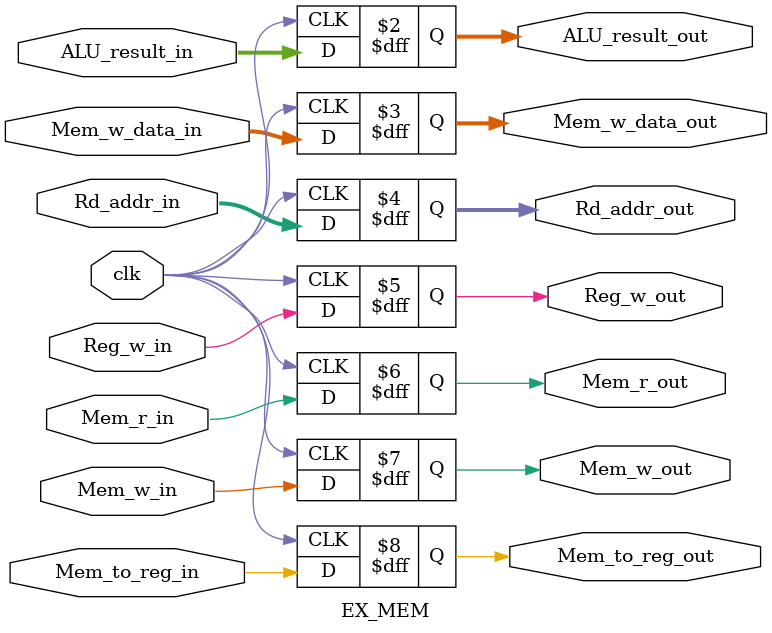
<source format=v>
module EX_MEM
(
    input [31:0] ALU_result_in,
    input [31:0] Mem_w_data_in,
    input [4:0] Rd_addr_in,
    input Reg_w_in,
    input Mem_r_in,
    input Mem_w_in,
    input Mem_to_reg_in,
    input clk,
    output reg [31:0] ALU_result_out,
    output reg [31:0] Mem_w_data_out,
    output reg [4:0] Rd_addr_out,
    output reg Reg_w_out,
    output reg Mem_r_out,
    output reg Mem_w_out,
    output reg Mem_to_reg_out
);

    always @(negedge clk)
    begin
        ALU_result_out <= ALU_result_in;
        Rd_addr_out <= Rd_addr_in;
        Reg_w_out <= Reg_w_in;
        Mem_r_out <= Mem_r_in;
        Mem_w_out <= Mem_w_in;
        Mem_to_reg_out <= Mem_to_reg_in;
        Mem_w_data_out <= Mem_w_data_in;
    end

endmodule
</source>
